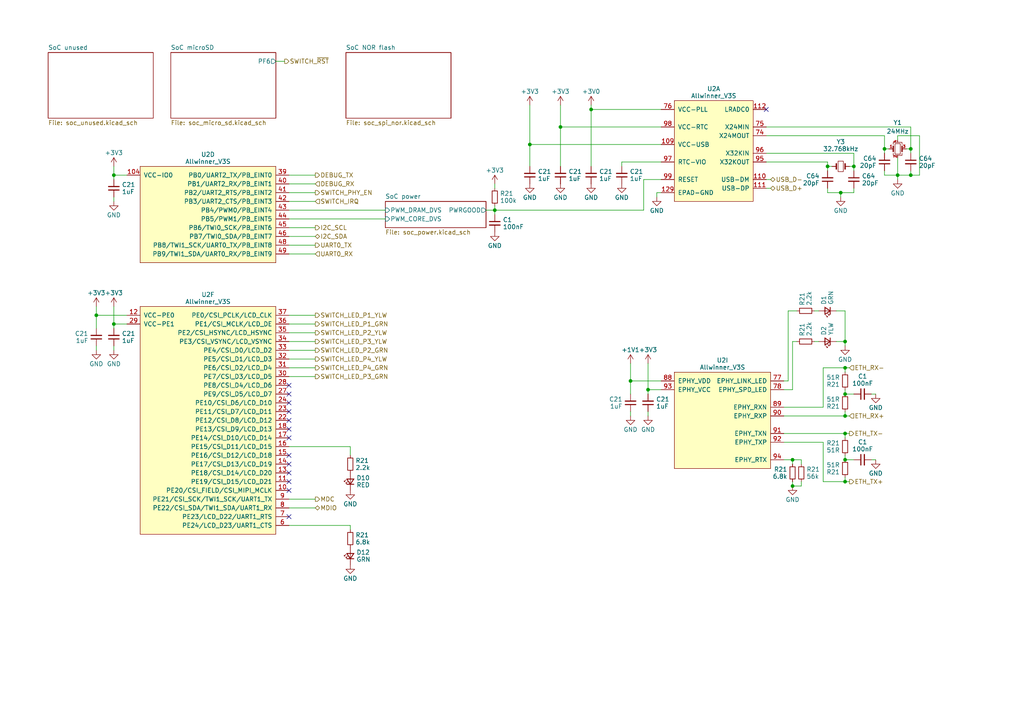
<source format=kicad_sch>
(kicad_sch (version 20230121) (generator eeschema)
  (paper "A4")
  (lib_symbols
    (symbol "Device:C_Small" (pin_numbers hide) (pin_names (offset 0.254) hide)
      (property "Reference" "C" (at 0.254 1.778 0))
      (property "Value" "C_Small" (at 0.254 -2.032 0))
      (symbol "C_Small_0_1"
        (polyline (pts (xy -1.524 -0.508) (xy 1.524 -0.508)) (stroke (width 0.3302)))
        (polyline (pts (xy -1.524 0.508) (xy 1.524 0.508)) (stroke (width 0.3048)))
      )
      (symbol "C_Small_1_1"
        (pin passive line (at 0 2.54 270) (length 2.032) (name "~") (number "1"))
        (pin passive line (at 0 -2.54 90) (length 2.032) (name "~") (number "2"))
      )
    )
    (symbol "Device:Crystal_GND24_Small" (pin_names (offset 1.016) hide)
      (property "Reference" "Y" (at 1.27 4.445 0))
      (property "Value" "Crystal_GND24_Small" (at 1.27 2.54 0))
      (symbol "Crystal_GND24_Small_0_1"
        (rectangle (start -0.762 -1.524) (end 0.762 1.524))
        (polyline (pts (xy -1.27 -0.762) (xy -1.27 0.762)) (stroke (width 0.381)))
        (polyline (pts (xy 1.27 -0.762) (xy 1.27 0.762)) (stroke (width 0.381)))
        (polyline (pts (xy -1.27 -1.27) (xy -1.27 -1.905) (xy 1.27 -1.905) (xy 1.27 -1.27)))
        (polyline (pts (xy -1.27 1.27) (xy -1.27 1.905) (xy 1.27 1.905) (xy 1.27 1.27)))
      )
      (symbol "Crystal_GND24_Small_1_1"
        (pin passive line (at -2.54 0 0) (length 1.27) (name "1") (number "1"))
        (pin passive line (at 0 -2.54 90) (length 0.635) (name "2") (number "2"))
        (pin passive line (at 2.54 0 180) (length 1.27) (name "3") (number "3"))
        (pin passive line (at 0 2.54 270) (length 0.635) (name "4") (number "4"))
      )
    )
    (symbol "Device:Crystal_Small" (pin_numbers hide) (pin_names (offset 1.016) hide)
      (property "Reference" "Y" (at 0 2.54 0))
      (property "Value" "Crystal_Small" (at 0 -2.54 0))
      (symbol "Crystal_Small_0_1"
        (rectangle (start -0.762 -1.524) (end 0.762 1.524))
        (polyline (pts (xy -1.27 -0.762) (xy -1.27 0.762)) (stroke (width 0.381)))
        (polyline (pts (xy 1.27 -0.762) (xy 1.27 0.762)) (stroke (width 0.381)))
      )
      (symbol "Crystal_Small_1_1"
        (pin passive line (at -2.54 0 0) (length 1.27) (name "1") (number "1"))
        (pin passive line (at 2.54 0 180) (length 1.27) (name "2") (number "2"))
      )
    )
    (symbol "Device:LED_Small" (pin_numbers hide) (pin_names (offset 0.254) hide)
      (property "Reference" "D" (at -1.27 3.175 0))
      (property "Value" "LED_Small" (at -4.445 -2.54 0))
      (symbol "LED_Small_0_1"
        (polyline (pts (xy -0.762 -1.016) (xy -0.762 1.016)) (stroke (width 0.254)))
        (polyline (pts (xy 1.016 0) (xy -0.762 0)))
        (polyline (pts (xy 0.762 -1.016) (xy -0.762 0) (xy 0.762 1.016) (xy 0.762 -1.016)) (stroke (width 0.254)))
        (polyline (pts (xy 0 0.762) (xy -0.508 1.27) (xy -0.254 1.27) (xy -0.508 1.27) (xy -0.508 1.016)))
        (polyline (pts (xy 0.508 1.27) (xy 0 1.778) (xy 0.254 1.778) (xy 0 1.778) (xy 0 1.524)))
      )
      (symbol "LED_Small_1_1"
        (pin passive line (at -2.54 0 0) (length 1.778) (name "K") (number "1"))
        (pin passive line (at 2.54 0 180) (length 1.778) (name "A") (number "2"))
      )
    )
    (symbol "Device:R_Small" (pin_numbers hide) (pin_names (offset 0.254) hide)
      (property "Reference" "R" (at 0.762 0.508 0))
      (property "Value" "R_Small" (at 0.762 -1.016 0))
      (symbol "R_Small_0_1"
        (rectangle (start -0.762 1.778) (end 0.762 -1.778) (stroke (width 0.2032)))
      )
      (symbol "R_Small_1_1"
        (pin passive line (at 0 2.54 270) (length 0.762) (name "~") (number "1"))
        (pin passive line (at 0 -2.54 90) (length 0.762) (name "~") (number "2"))
      )
    )
    (symbol "SoC_Allwinner:Allwinner_V3S" (pin_names (offset 1.016))
      (property "Reference" "U" (at 7.62 1.27 0))
      (property "Value" "Allwinner_V3S" (at -5.08 1.27 0))
      (symbol "Allwinner_V3S_1_0"
        (pin bidirectional line (at 15.24 -22.86 180) (length 3.81) (name "USB-DM") (number "110"))
        (pin bidirectional line (at 15.24 -25.4 180) (length 3.81) (name "USB-DP") (number "111"))
        (pin input line (at 15.24 -2.54 180) (length 3.81) (name "LRADC0") (number "112"))
        (pin output line (at 15.24 -10.16 180) (length 3.81) (name "X24MOUT") (number "74"))
        (pin input line (at 15.24 -7.62 180) (length 3.81) (name "X24MIN") (number "75"))
        (pin output line (at 15.24 -17.78 180) (length 3.81) (name "X32KOUT") (number "95"))
        (pin input line (at 15.24 -15.24 180) (length 3.81) (name "X32KIN") (number "96"))
        (pin power_out line (at -15.24 -17.78 0) (length 3.81) (name "RTC-VIO") (number "97"))
        (pin input line (at -15.24 -22.86 0) (length 3.81) (name "RESET") (number "99"))
      )
      (symbol "Allwinner_V3S_1_1"
        (rectangle (start -11.43 0) (end 11.43 -29.21) (fill (type background)))
        (pin power_in line (at -15.24 -12.7 0) (length 3.81) (name "VCC-USB") (number "109"))
        (pin power_in line (at -15.24 -26.67 0) (length 3.81) (name "EPAD-GND") (number "129"))
        (pin power_in line (at -15.24 -2.54 0) (length 3.81) (name "VCC-PLL") (number "76"))
        (pin power_in line (at -15.24 -7.62 0) (length 3.81) (name "VCC-RTC") (number "98"))
      )
      (symbol "Allwinner_V3S_2_0"
        (pin bidirectional line (at -15.24 -13.97 0) (length 3.81) (name "MICIN1P") (number "113"))
        (pin bidirectional line (at -15.24 -11.43 0) (length 3.81) (name "MICIN1N") (number "114"))
        (pin power_in line (at -15.24 -3.81 0) (length 3.81) (name "AVCC") (number "115"))
        (pin power_in line (at 13.97 -21.59 180) (length 3.81) (name "AGND") (number "116"))
        (pin output line (at -15.24 -19.05 0) (length 3.81) (name "VRA1") (number "117"))
        (pin output line (at -15.24 -21.59 0) (length 3.81) (name "VRA2") (number "118"))
        (pin output line (at 13.97 -3.81 180) (length 3.81) (name "HBIAS") (number "119"))
        (pin output line (at 13.97 -13.97 180) (length 3.81) (name "HPOUTR") (number "120"))
        (pin output line (at 13.97 -11.43 180) (length 3.81) (name "HPOUTL") (number "121"))
        (pin power_in line (at -15.24 -6.35 0) (length 3.81) (name "HPVCCIN") (number "122"))
        (pin input line (at 13.97 -16.51 180) (length 3.81) (name "HPVCCBP") (number "123"))
        (pin input line (at 13.97 -8.89 180) (length 3.81) (name "HPCOMFB") (number "124"))
        (pin output line (at 13.97 -6.35 180) (length 3.81) (name "HPCOM") (number "125"))
      )
      (symbol "Allwinner_V3S_2_1"
        (rectangle (start -11.43 -1.27) (end 10.16 -24.13) (fill (type background)))
      )
      (symbol "Allwinner_V3S_3_0"
        (pin power_in line (at 15.24 -22.86 180) (length 3.81) (name "VCC-DRAM8") (number "59"))
        (pin power_in line (at 15.24 -25.4 180) (length 3.81) (name "VCC-DRAM9") (number "60"))
        (pin power_in line (at 15.24 -27.94 180) (length 3.81) (name "VCC-DRAM10") (number "61"))
        (pin power_in line (at 15.24 -30.48 180) (length 3.81) (name "VCC-DRAM11") (number "62"))
        (pin power_in line (at 15.24 -2.54 180) (length 3.81) (name "VCC-DRAM0") (number "65"))
        (pin power_in line (at 15.24 -5.08 180) (length 3.81) (name "VCC-DRAM1") (number "66"))
        (pin power_in line (at 15.24 -7.62 180) (length 3.81) (name "VCC-DRAM2") (number "67"))
        (pin power_in line (at 15.24 -10.16 180) (length 3.81) (name "VCC-DRAM3") (number "68"))
        (pin power_in line (at 15.24 -12.7 180) (length 3.81) (name "VCC-DRAM4") (number "69"))
        (pin power_in line (at 15.24 -15.24 180) (length 3.81) (name "VCC-DRAM5") (number "70"))
        (pin power_in line (at 15.24 -17.78 180) (length 3.81) (name "VCC-DRAM6") (number "72"))
        (pin power_in line (at 15.24 -20.32 180) (length 3.81) (name "VCC-DRAM7") (number "79"))
      )
      (symbol "Allwinner_V3S_3_1"
        (rectangle (start -11.43 0) (end 11.43 -33.02) (fill (type background)))
        (pin input line (at -15.24 -22.86 0) (length 3.81) (name "SVREF1") (number "63"))
        (pin input line (at -15.24 -25.4 0) (length 3.81) (name "SVREF0") (number "71"))
        (pin input line (at -15.24 -30.48 0) (length 3.81) (name "SZQ") (number "73"))
      )
      (symbol "Allwinner_V3S_4_0"
        (pin bidirectional line (at 22.86 -2.54 180) (length 3.81) (name "PB0/UART2_TX/PB_EINT0") (number "39"))
        (pin bidirectional line (at 22.86 -5.08 180) (length 3.81) (name "PB1/UART2_RX/PB_EINT1") (number "40"))
        (pin bidirectional line (at 22.86 -7.62 180) (length 3.81) (name "PB2/UART2_RTS/PB_EINT2") (number "41"))
        (pin bidirectional line (at 22.86 -10.16 180) (length 3.81) (name "PB3/UART2_CTS/PB_EINT3") (number "42"))
        (pin bidirectional line (at 22.86 -12.7 180) (length 3.81) (name "PB4/PWM0/PB_EINT4") (number "43"))
        (pin bidirectional line (at 22.86 -15.24 180) (length 3.81) (name "PB5/PWM1/PB_EINT5") (number "44"))
        (pin bidirectional line (at 22.86 -17.78 180) (length 3.81) (name "PB6/TWI0_SCK/PB_EINT6") (number "45"))
        (pin bidirectional line (at 22.86 -20.32 180) (length 3.81) (name "PB7/TWI0_SDA/PB_EINT7") (number "46"))
        (pin bidirectional line (at 22.86 -22.86 180) (length 3.81) (name "PB8/TWI1_SCK/UART0_TX/PB_EINT8") (number "48"))
        (pin bidirectional line (at 22.86 -25.4 180) (length 3.81) (name "PB9/TWI1_SDA/UART0_RX/PB_EINT9") (number "49"))
      )
      (symbol "Allwinner_V3S_4_1"
        (rectangle (start -20.32 0) (end 19.05 -27.94) (fill (type background)))
        (pin power_in line (at -24.13 -2.54 0) (length 3.81) (name "VCC-IO0") (number "104"))
      )
      (symbol "Allwinner_V3S_5_0"
        (pin bidirectional line (at 22.86 -2.54 180) (length 3.81) (name "PC0/SDC2_CLK/SPI0_MISO") (number "52"))
        (pin bidirectional line (at 22.86 -5.08 180) (length 3.81) (name "PC1/SDC2_CMD/SPI0_CLK") (number "53"))
        (pin bidirectional line (at 22.86 -7.62 180) (length 3.81) (name "PC2/SDC2_RST/SPI0_CS") (number "54"))
        (pin bidirectional line (at 22.86 -10.16 180) (length 3.81) (name "PC3/SDC2_D0/SPI0_MOSI") (number "55"))
      )
      (symbol "Allwinner_V3S_5_1"
        (rectangle (start 19.05 0) (end -20.32 -12.7) (fill (type background)))
        (pin power_in line (at -24.13 -2.54 0) (length 3.81) (name "VCC-IO1") (number "127"))
      )
      (symbol "Allwinner_V3S_6_0"
        (pin bidirectional line (at 22.86 -53.34 180) (length 3.81) (name "PE20/CSI_FIELD/CSI_MIPI_MCLK") (number "10"))
        (pin bidirectional line (at 22.86 -50.8 180) (length 3.81) (name "PE19/CSI_D15/LCD_D21") (number "11"))
        (pin bidirectional line (at 22.86 -48.26 180) (length 3.81) (name "PE18/CSI_D14/LCD_D20") (number "13"))
        (pin bidirectional line (at 22.86 -45.72 180) (length 3.81) (name "PE17/CSI_D13/LCD_D19") (number "14"))
        (pin bidirectional line (at 22.86 -43.18 180) (length 3.81) (name "PE16/CSI_D12/LCD_D18") (number "15"))
        (pin bidirectional line (at 22.86 -40.64 180) (length 3.81) (name "PE15/CSI_D11/LCD_D15") (number "16"))
        (pin bidirectional line (at 22.86 -38.1 180) (length 3.81) (name "PE14/CSI_D10/LCD_D14") (number "17"))
        (pin bidirectional line (at 22.86 -35.56 180) (length 3.81) (name "PE13/CSI_D9/LCD_D13") (number "18"))
        (pin bidirectional line (at 22.86 -33.02 180) (length 3.81) (name "PE12/CSI_D8/LCD_D12") (number "22"))
        (pin bidirectional line (at 22.86 -30.48 180) (length 3.81) (name "PE11/CSI_D7/LCD_D11") (number "23"))
        (pin bidirectional line (at 22.86 -27.94 180) (length 3.81) (name "PE10/CSI_D6/LCD_D10") (number "24"))
        (pin bidirectional line (at 22.86 -25.4 180) (length 3.81) (name "PE9/CSI_D5/LCD_D7") (number "27"))
        (pin bidirectional line (at 22.86 -22.86 180) (length 3.81) (name "PE8/CSI_D4/LCD_D6") (number "28"))
        (pin bidirectional line (at 22.86 -20.32 180) (length 3.81) (name "PE7/CSI_D3/LCD_D5") (number "30"))
        (pin bidirectional line (at 22.86 -17.78 180) (length 3.81) (name "PE6/CSI_D2/LCD_D4") (number "31"))
        (pin bidirectional line (at 22.86 -15.24 180) (length 3.81) (name "PE5/CSI_D1/LCD_D3") (number "32"))
        (pin bidirectional line (at 22.86 -12.7 180) (length 3.81) (name "PE4/CSI_D0/LCD_D2") (number "33"))
        (pin bidirectional line (at 22.86 -10.16 180) (length 3.81) (name "PE3/CSI_VSYNC/LCD_VSYNC") (number "34"))
        (pin bidirectional line (at 22.86 -7.62 180) (length 3.81) (name "PE2/CSI_HSYNC/LCD_HSYNC") (number "35"))
        (pin bidirectional line (at 22.86 -5.08 180) (length 3.81) (name "PE1/CSI_MCLK/LCD_DE") (number "36"))
        (pin bidirectional line (at 22.86 -2.54 180) (length 3.81) (name "PE0/CSI_PCLK/LCD_CLK") (number "37"))
        (pin bidirectional line (at 22.86 -63.5 180) (length 3.81) (name "PE24/LCD_D23/UART1_CTS") (number "6"))
        (pin bidirectional line (at 22.86 -60.96 180) (length 3.81) (name "PE23/LCD_D22/UART1_RTS") (number "7"))
        (pin bidirectional line (at 22.86 -58.42 180) (length 3.81) (name "PE22/CSI_SDA/TWI1_SDA/UART1_RX") (number "8"))
        (pin bidirectional line (at 22.86 -55.88 180) (length 3.81) (name "PE21/CSI_SCK/TWI1_SCK/UART1_TX") (number "9"))
      )
      (symbol "Allwinner_V3S_6_1"
        (rectangle (start 19.05 0) (end -20.32 -66.04) (fill (type background)))
        (pin power_in line (at -24.13 -2.54 0) (length 3.81) (name "VCC-PE0") (number "12"))
        (pin power_in line (at -24.13 -5.08 0) (length 3.81) (name "VCC-PE1") (number "29"))
      )
      (symbol "Allwinner_V3S_7_0"
        (pin bidirectional line (at 21.59 -17.78 180) (length 3.81) (name "PF6") (number "100"))
        (pin bidirectional line (at 21.59 -15.24 180) (length 3.81) (name "PF5/SDC0_D2/JTAG_CK") (number "101"))
        (pin bidirectional line (at 21.59 -12.7 180) (length 3.81) (name "PF4/SDC0_D3/UART0_RX") (number "102"))
        (pin bidirectional line (at 21.59 -10.16 180) (length 3.81) (name "PF3/SDC0_CMD/JTAG_DO") (number "103"))
        (pin bidirectional line (at 21.59 -7.62 180) (length 3.81) (name "PF2/SDC0_CLK/UART0_TX") (number "105"))
        (pin bidirectional line (at 21.59 -5.08 180) (length 3.81) (name "PF1/SDC0_D0/JTAG_DI") (number "106"))
        (pin bidirectional line (at 21.59 -2.54 180) (length 3.81) (name "PF0MS/SDC0_D1/JTAG_MS") (number "107"))
      )
      (symbol "Allwinner_V3S_7_1"
        (rectangle (start 17.78 0) (end -19.05 -20.32) (fill (type background)))
        (pin power_in line (at -22.86 -2.54 0) (length 3.81) (name "VCC-IO2") (number "57"))
      )
      (symbol "Allwinner_V3S_8_0"
        (pin bidirectional line (at 16.51 -12.7 180) (length 3.81) (name "PG4/SDC1_D2/PG_EINT4") (number "1"))
        (pin bidirectional line (at 16.51 -15.24 180) (length 3.81) (name "PG5/SDC1_D3/PG_EINT5") (number "128"))
        (pin bidirectional line (at 16.51 -10.16 180) (length 3.81) (name "PG3/SDC1_D1/PG_EINT3") (number "2"))
        (pin bidirectional line (at 16.51 -7.62 180) (length 3.81) (name "PG2/SDC1_D0/PG_EINT2") (number "3"))
        (pin bidirectional line (at 16.51 -5.08 180) (length 3.81) (name "PG1/SDC1_CMD/PG_EINT1") (number "4"))
        (pin bidirectional line (at 16.51 -2.54 180) (length 3.81) (name "PG0/SDC1_CLK/PG_EINT0") (number "5"))
        (pin power_in line (at -27.94 -2.54 0) (length 3.81) (name "VCC-IO3") (number "50"))
      )
      (symbol "Allwinner_V3S_8_1"
        (rectangle (start 12.7 0) (end -24.13 -17.78) (fill (type background)))
      )
      (symbol "Allwinner_V3S_9_0"
        (pin output line (at 17.78 -2.54 180) (length 3.81) (name "EPHY_LINK_LED") (number "77"))
        (pin output line (at 17.78 -5.08 180) (length 3.81) (name "EPHY_SPD_LED") (number "78"))
        (pin power_in line (at -17.78 -2.54 0) (length 3.81) (name "EPHY_VDD") (number "88"))
        (pin input line (at 17.78 -10.16 180) (length 3.81) (name "EPHY_RXN") (number "89"))
        (pin input line (at 17.78 -12.7 180) (length 3.81) (name "EPHY_RXP") (number "90"))
        (pin output line (at 17.78 -17.78 180) (length 3.81) (name "EPHY_TXN") (number "91"))
        (pin output line (at 17.78 -20.32 180) (length 3.81) (name "EPHY_TXP") (number "92"))
        (pin power_in line (at -17.78 -5.08 0) (length 3.81) (name "EPHY_VCC") (number "93"))
        (pin input line (at 17.78 -25.4 180) (length 3.81) (name "EPHY_RTX") (number "94"))
      )
      (symbol "Allwinner_V3S_9_1"
        (rectangle (start -13.97 0) (end 13.97 -27.94) (fill (type background)))
      )
      (symbol "Allwinner_V3S_10_0"
        (pin input line (at 15.24 -10.16 180) (length 3.81) (name "MCSI-D0P") (number "81"))
        (pin input line (at 15.24 -7.62 180) (length 3.81) (name "MCSI-D0N") (number "82"))
        (pin input line (at 15.24 -15.24 180) (length 3.81) (name "MCSI-D1P") (number "83"))
        (pin input line (at 15.24 -12.7 180) (length 3.81) (name "MCSI-D1N") (number "84"))
        (pin output line (at 15.24 -5.08 180) (length 3.81) (name "MCSI-CKP") (number "86"))
        (pin output line (at 15.24 -2.54 180) (length 3.81) (name "MCSI-CKN") (number "87"))
      )
      (symbol "Allwinner_V3S_10_1"
        (rectangle (start -12.7 0) (end 11.43 -17.78) (fill (type background)))
        (pin power_in line (at -16.51 -2.54 0) (length 3.81) (name "VCC-MCSI") (number "85"))
      )
      (symbol "Allwinner_V3S_11_0"
        (pin power_in line (at 8.89 -12.7 180) (length 3.81) (name "VDD-CPU3") (number "20"))
        (pin power_in line (at 8.89 -15.24 180) (length 3.81) (name "VDD-CPU2") (number "21"))
        (pin power_in line (at 8.89 -17.78 180) (length 3.81) (name "VDD-CPU1") (number "25"))
        (pin power_in line (at 8.89 -20.32 180) (length 3.81) (name "VDD-CPU0") (number "26"))
        (pin power_in line (at 8.89 -10.16 180) (length 3.81) (name "VDD-CPU4") (number "38"))
        (pin power_in line (at 8.89 -7.62 180) (length 3.81) (name "VDD-CPU5") (number "47"))
        (pin power_in line (at 8.89 -5.08 180) (length 3.81) (name "VDD-CPU6") (number "51"))
        (pin power_in line (at 8.89 -2.54 180) (length 3.81) (name "VDD-CPU7") (number "56"))
      )
      (symbol "Allwinner_V3S_11_1"
        (rectangle (start -7.62 0) (end 5.08 -22.86) (fill (type background)))
      )
      (symbol "Allwinner_V3S_12_1"
        (rectangle (start -6.35 0) (end 6.35 -17.78) (fill (type background)))
        (pin power_in line (at 10.16 -5.08 180) (length 3.81) (name "VDD-SYS1") (number "108"))
        (pin power_in line (at 10.16 -7.62 180) (length 3.81) (name "VDD-SYS2") (number "126"))
        (pin power_in line (at 10.16 -10.16 180) (length 3.81) (name "VDD-SYS3") (number "19"))
        (pin power_in line (at 10.16 -12.7 180) (length 3.81) (name "VDD-SYS4") (number "58"))
        (pin power_in line (at 10.16 -15.24 180) (length 3.81) (name "VDD-SYS5") (number "64"))
        (pin power_in line (at 10.16 -2.54 180) (length 3.81) (name "VDD-SYS0") (number "80"))
      )
    )
    (symbol "power:+1V1" (power) (pin_names (offset 0))
      (property "Value" "+1V1" (at 0 3.556 0))
      (symbol "+1V1_0_1"
        (polyline (pts (xy -0.762 1.27) (xy 0 2.54)))
        (polyline (pts (xy 0 0) (xy 0 2.54)))
        (polyline (pts (xy 0 2.54) (xy 0.762 1.27)))
      )
      (symbol "+1V1_1_1"
        (pin power_in line (at 0 0 90) (length 0) hide (name "+1V1") (number "1"))
      )
    )
    (symbol "power:+3V0" (power) (pin_names (offset 0))
      (property "Value" "+3V0" (at 0 3.556 0))
      (symbol "+3V0_0_1"
        (polyline (pts (xy -0.762 1.27) (xy 0 2.54)))
        (polyline (pts (xy 0 0) (xy 0 2.54)))
        (polyline (pts (xy 0 2.54) (xy 0.762 1.27)))
      )
      (symbol "+3V0_1_1"
        (pin power_in line (at 0 0 90) (length 0) hide (name "+3V0") (number "1"))
      )
    )
    (symbol "power:+3V3" (power) (pin_names (offset 0))
      (property "Value" "+3V3" (at 0 3.556 0))
      (symbol "+3V3_0_1"
        (polyline (pts (xy -0.762 1.27) (xy 0 2.54)))
        (polyline (pts (xy 0 0) (xy 0 2.54)))
        (polyline (pts (xy 0 2.54) (xy 0.762 1.27)))
      )
      (symbol "+3V3_1_1"
        (pin power_in line (at 0 0 90) (length 0) hide (name "+3V3") (number "1"))
      )
    )
    (symbol "power:GND" (power) (pin_names (offset 0))
      (property "Value" "GND" (at 0 -3.81 0))
      (symbol "GND_0_1"
        (polyline (pts (xy 0 0) (xy 0 -1.27) (xy 1.27 -1.27) (xy 0 -2.54) (xy -1.27 -1.27) (xy 0 -1.27)))
      )
      (symbol "GND_1_1"
        (pin power_in line (at 0 0 270) (length 0) hide (name "GND") (number "1"))
      )
    )
  )
  (junction (at 256.54 43.18))
  (junction (at 229.87 133.35))
  (junction (at 182.88 110.49))
  (junction (at 33.02 50.8))
  (junction (at 171.45 31.75))
  (junction (at 260.35 50.8))
  (junction (at 27.94 91.44))
  (junction (at 245.11 139.7))
  (junction (at 143.51 60.96))
  (junction (at 245.11 133.35))
  (junction (at 247.65 48.26))
  (junction (at 153.67 41.91))
  (junction (at 264.16 43.18))
  (junction (at 264.16 50.8))
  (junction (at 243.84 55.88))
  (junction (at 245.11 106.68))
  (junction (at 240.03 48.26))
  (junction (at 187.96 113.03))
  (junction (at 245.11 125.73))
  (junction (at 245.11 99.06))
  (junction (at 229.87 140.97))
  (junction (at 162.56 36.83))
  (junction (at 33.02 93.98))
  (junction (at 245.11 114.3))
  (junction (at 245.11 120.65))
  (no_connect (at 83.82 149.86))
  (no_connect (at 83.82 142.24))
  (no_connect (at 83.82 114.3))
  (no_connect (at 83.82 119.38))
  (no_connect (at 83.82 127))
  (no_connect (at 83.82 134.62))
  (no_connect (at 83.82 121.92))
  (no_connect (at 83.82 111.76))
  (no_connect (at 222.25 31.75))
  (no_connect (at 83.82 137.16))
  (no_connect (at 83.82 139.7))
  (no_connect (at 83.82 124.46))
  (no_connect (at 83.82 116.84))
  (no_connect (at 83.82 132.08))
  (wire (pts (xy 153.67 30.48) (xy 153.67 41.91)))
  (wire (pts (xy 227.33 110.49) (xy 228.6 110.49)))
  (wire (pts (xy 264.16 50.8) (xy 260.35 50.8)))
  (wire (pts (xy 101.6 129.54) (xy 101.6 132.08)))
  (wire (pts (xy 245.11 132.08) (xy 245.11 133.35)))
  (wire (pts (xy 247.65 49.53) (xy 247.65 48.26)))
  (wire (pts (xy 180.34 46.99) (xy 180.34 48.26)))
  (wire (pts (xy 243.84 55.88) (xy 240.03 55.88)))
  (wire (pts (xy 245.11 125.73) (xy 246.38 125.73)))
  (wire (pts (xy 27.94 91.44) (xy 36.83 91.44)))
  (wire (pts (xy 171.45 30.48) (xy 171.45 31.75)))
  (wire (pts (xy 229.87 99.06) (xy 231.14 99.06)))
  (wire (pts (xy 182.88 110.49) (xy 191.77 110.49)))
  (wire (pts (xy 245.11 99.06) (xy 245.11 100.33)))
  (wire (pts (xy 227.33 113.03) (xy 229.87 113.03)))
  (wire (pts (xy 143.51 53.34) (xy 143.51 54.61)))
  (wire (pts (xy 83.82 101.6) (xy 91.44 101.6)))
  (wire (pts (xy 222.25 54.61) (xy 223.52 54.61)))
  (wire (pts (xy 228.6 110.49) (xy 228.6 90.17)))
  (wire (pts (xy 240.03 55.88) (xy 240.03 54.61)))
  (wire (pts (xy 27.94 100.33) (xy 27.94 101.6)))
  (wire (pts (xy 153.67 41.91) (xy 153.67 48.26)))
  (wire (pts (xy 236.22 99.06) (xy 237.49 99.06)))
  (wire (pts (xy 256.54 43.18) (xy 257.81 43.18)))
  (wire (pts (xy 171.45 31.75) (xy 171.45 48.26)))
  (wire (pts (xy 186.69 60.96) (xy 186.69 52.07)))
  (wire (pts (xy 83.82 60.96) (xy 111.76 60.96)))
  (wire (pts (xy 247.65 48.26) (xy 246.38 48.26)))
  (wire (pts (xy 252.73 133.35) (xy 254 133.35)))
  (wire (pts (xy 182.88 110.49) (xy 182.88 114.3)))
  (wire (pts (xy 245.11 90.17) (xy 245.11 99.06)))
  (wire (pts (xy 245.11 119.38) (xy 245.11 120.65)))
  (wire (pts (xy 190.5 57.15) (xy 190.5 55.88)))
  (wire (pts (xy 240.03 48.26) (xy 240.03 49.53)))
  (wire (pts (xy 33.02 50.8) (xy 36.83 50.8)))
  (wire (pts (xy 83.82 66.04) (xy 91.44 66.04)))
  (wire (pts (xy 245.11 106.68) (xy 246.38 106.68)))
  (wire (pts (xy 143.51 60.96) (xy 143.51 62.23)))
  (wire (pts (xy 190.5 55.88) (xy 191.77 55.88)))
  (wire (pts (xy 143.51 60.96) (xy 186.69 60.96)))
  (wire (pts (xy 83.82 58.42) (xy 91.44 58.42)))
  (wire (pts (xy 83.82 93.98) (xy 91.44 93.98)))
  (wire (pts (xy 232.41 133.35) (xy 232.41 134.62)))
  (wire (pts (xy 162.56 36.83) (xy 191.77 36.83)))
  (wire (pts (xy 186.69 52.07) (xy 191.77 52.07)))
  (wire (pts (xy 83.82 91.44) (xy 91.44 91.44)))
  (wire (pts (xy 229.87 133.35) (xy 229.87 134.62)))
  (wire (pts (xy 256.54 39.37) (xy 256.54 43.18)))
  (wire (pts (xy 227.33 118.11) (xy 238.76 118.11)))
  (wire (pts (xy 260.35 39.37) (xy 266.7 39.37)))
  (wire (pts (xy 245.11 139.7) (xy 246.38 139.7)))
  (wire (pts (xy 227.33 125.73) (xy 245.11 125.73)))
  (wire (pts (xy 245.11 120.65) (xy 246.38 120.65)))
  (wire (pts (xy 238.76 118.11) (xy 238.76 106.68)))
  (wire (pts (xy 153.67 41.91) (xy 191.77 41.91)))
  (wire (pts (xy 245.11 113.03) (xy 245.11 114.3)))
  (wire (pts (xy 264.16 49.53) (xy 264.16 50.8)))
  (wire (pts (xy 83.82 96.52) (xy 91.44 96.52)))
  (wire (pts (xy 229.87 133.35) (xy 232.41 133.35)))
  (wire (pts (xy 83.82 55.88) (xy 91.44 55.88)))
  (wire (pts (xy 187.96 113.03) (xy 191.77 113.03)))
  (wire (pts (xy 245.11 139.7) (xy 238.76 139.7)))
  (wire (pts (xy 101.6 152.4) (xy 101.6 153.67)))
  (wire (pts (xy 187.96 119.38) (xy 187.96 120.65)))
  (wire (pts (xy 33.02 93.98) (xy 33.02 95.25)))
  (wire (pts (xy 143.51 59.69) (xy 143.51 60.96)))
  (wire (pts (xy 238.76 139.7) (xy 238.76 128.27)))
  (wire (pts (xy 256.54 50.8) (xy 256.54 49.53)))
  (wire (pts (xy 33.02 100.33) (xy 33.02 101.6)))
  (wire (pts (xy 264.16 43.18) (xy 264.16 44.45)))
  (wire (pts (xy 83.82 53.34) (xy 91.44 53.34)))
  (wire (pts (xy 191.77 46.99) (xy 180.34 46.99)))
  (wire (pts (xy 264.16 43.18) (xy 264.16 36.83)))
  (wire (pts (xy 162.56 30.48) (xy 162.56 36.83)))
  (wire (pts (xy 252.73 114.3) (xy 254 114.3)))
  (wire (pts (xy 83.82 50.8) (xy 91.44 50.8)))
  (wire (pts (xy 83.82 68.58) (xy 91.44 68.58)))
  (wire (pts (xy 245.11 106.68) (xy 245.11 107.95)))
  (wire (pts (xy 229.87 140.97) (xy 232.41 140.97)))
  (wire (pts (xy 140.97 60.96) (xy 143.51 60.96)))
  (wire (pts (xy 260.35 50.8) (xy 256.54 50.8)))
  (wire (pts (xy 247.65 44.45) (xy 247.65 48.26)))
  (wire (pts (xy 83.82 63.5) (xy 111.76 63.5)))
  (wire (pts (xy 229.87 139.7) (xy 229.87 140.97)))
  (wire (pts (xy 222.25 36.83) (xy 264.16 36.83)))
  (wire (pts (xy 245.11 114.3) (xy 247.65 114.3)))
  (wire (pts (xy 83.82 104.14) (xy 91.44 104.14)))
  (wire (pts (xy 187.96 105.41) (xy 187.96 113.03)))
  (wire (pts (xy 232.41 139.7) (xy 232.41 140.97)))
  (wire (pts (xy 247.65 54.61) (xy 247.65 55.88)))
  (wire (pts (xy 182.88 119.38) (xy 182.88 120.65)))
  (wire (pts (xy 266.7 50.8) (xy 264.16 50.8)))
  (wire (pts (xy 33.02 50.8) (xy 33.02 52.07)))
  (wire (pts (xy 27.94 88.9) (xy 27.94 91.44)))
  (wire (pts (xy 222.25 44.45) (xy 247.65 44.45)))
  (wire (pts (xy 256.54 43.18) (xy 256.54 44.45)))
  (wire (pts (xy 236.22 90.17) (xy 237.49 90.17)))
  (wire (pts (xy 171.45 31.75) (xy 191.77 31.75)))
  (wire (pts (xy 33.02 93.98) (xy 36.83 93.98)))
  (wire (pts (xy 83.82 71.12) (xy 91.44 71.12)))
  (wire (pts (xy 83.82 73.66) (xy 91.44 73.66)))
  (wire (pts (xy 242.57 90.17) (xy 245.11 90.17)))
  (wire (pts (xy 245.11 125.73) (xy 245.11 127)))
  (wire (pts (xy 260.35 50.8) (xy 260.35 52.07)))
  (wire (pts (xy 182.88 105.41) (xy 182.88 110.49)))
  (wire (pts (xy 227.33 120.65) (xy 245.11 120.65)))
  (wire (pts (xy 27.94 91.44) (xy 27.94 95.25)))
  (wire (pts (xy 80.01 17.78) (xy 82.55 17.78)))
  (wire (pts (xy 266.7 39.37) (xy 266.7 50.8)))
  (wire (pts (xy 242.57 99.06) (xy 245.11 99.06)))
  (wire (pts (xy 187.96 113.03) (xy 187.96 114.3)))
  (wire (pts (xy 222.25 39.37) (xy 256.54 39.37)))
  (wire (pts (xy 240.03 46.99) (xy 240.03 48.26)))
  (wire (pts (xy 83.82 129.54) (xy 101.6 129.54)))
  (wire (pts (xy 33.02 48.26) (xy 33.02 50.8)))
  (wire (pts (xy 83.82 144.78) (xy 91.44 144.78)))
  (wire (pts (xy 162.56 36.83) (xy 162.56 48.26)))
  (wire (pts (xy 33.02 88.9) (xy 33.02 93.98)))
  (wire (pts (xy 245.11 133.35) (xy 247.65 133.35)))
  (wire (pts (xy 83.82 147.32) (xy 91.44 147.32)))
  (wire (pts (xy 243.84 55.88) (xy 243.84 57.15)))
  (wire (pts (xy 229.87 113.03) (xy 229.87 99.06)))
  (wire (pts (xy 262.89 43.18) (xy 264.16 43.18)))
  (wire (pts (xy 222.25 52.07) (xy 223.52 52.07)))
  (wire (pts (xy 245.11 138.43) (xy 245.11 139.7)))
  (wire (pts (xy 227.33 128.27) (xy 238.76 128.27)))
  (wire (pts (xy 83.82 106.68) (xy 91.44 106.68)))
  (wire (pts (xy 247.65 55.88) (xy 243.84 55.88)))
  (wire (pts (xy 83.82 109.22) (xy 91.44 109.22)))
  (wire (pts (xy 83.82 152.4) (xy 101.6 152.4)))
  (wire (pts (xy 260.35 40.64) (xy 260.35 39.37)))
  (wire (pts (xy 260.35 45.72) (xy 260.35 50.8)))
  (wire (pts (xy 227.33 133.35) (xy 229.87 133.35)))
  (wire (pts (xy 228.6 90.17) (xy 231.14 90.17)))
  (wire (pts (xy 238.76 106.68) (xy 245.11 106.68)))
  (wire (pts (xy 33.02 57.15) (xy 33.02 58.42)))
  (wire (pts (xy 83.82 99.06) (xy 91.44 99.06)))
  (wire (pts (xy 222.25 46.99) (xy 240.03 46.99)))
  (wire (pts (xy 240.03 48.26) (xy 241.3 48.26)))
  (hierarchical_label "ETH_RX+" (shape input) (at 246.38 120.65 0))
  (hierarchical_label "SWITCH_~{RST}" (shape output) (at 82.55 17.78 0))
  (hierarchical_label "ETH_TX+" (shape output) (at 246.38 139.7 0))
  (hierarchical_label "SWITCH_LED_P2_GRN" (shape output) (at 91.44 101.6 0))
  (hierarchical_label "SWITCH_LED_P4_GRN" (shape output) (at 91.44 106.68 0))
  (hierarchical_label "ETH_TX-" (shape output) (at 246.38 125.73 0))
  (hierarchical_label "MDC" (shape output) (at 91.44 144.78 0))
  (hierarchical_label "MDIO" (shape bidirectional) (at 91.44 147.32 0))
  (hierarchical_label "UART0_TX" (shape output) (at 91.44 71.12 0))
  (hierarchical_label "DEBUG_RX" (shape input) (at 91.44 53.34 0))
  (hierarchical_label "SWITCH_LED_P3_YLW" (shape output) (at 91.44 99.06 0))
  (hierarchical_label "DEBUG_TX" (shape output) (at 91.44 50.8 0))
  (hierarchical_label "USB_D+" (shape bidirectional) (at 223.52 54.61 0))
  (hierarchical_label "SWITCH_LED_P2_YLW" (shape output) (at 91.44 96.52 0))
  (hierarchical_label "ETH_RX-" (shape input) (at 246.38 106.68 0))
  (hierarchical_label "SWITCH_LED_P1_GRN" (shape output) (at 91.44 93.98 0))
  (hierarchical_label "USB_D-" (shape bidirectional) (at 223.52 52.07 0))
  (hierarchical_label "SWITCH_LED_P1_YLW" (shape output) (at 91.44 91.44 0))
  (hierarchical_label "SWITCH_IRQ" (shape input) (at 91.44 58.42 0))
  (hierarchical_label "SWITCH_LED_P4_YLW" (shape output) (at 91.44 104.14 0))
  (hierarchical_label "SWITCH_LED_P3_GRN" (shape output) (at 91.44 109.22 0))
  (hierarchical_label "I2C_SCL" (shape output) (at 91.44 66.04 0))
  (hierarchical_label "UART0_RX" (shape input) (at 91.44 73.66 0))
  (hierarchical_label "SWITCH_PHY_EN" (shape output) (at 91.44 55.88 0))
  (hierarchical_label "I2C_SDA" (shape bidirectional) (at 91.44 68.58 0))
  (symbol (lib_id "power:GND") (at 243.84 57.15 0) (unit 1)
    (property "Reference" "#PWR059" (effects hide))
    (property "Value" "GND" (at 243.84 61.095 0))
    (instances (project "OpenHomeSwitch" (path "" (reference "#PWR059") (unit 1)) (path "" (reference "#PWR071") (unit 1))))
  )
  (symbol (lib_id "Device:R_Small") (at 245.11 135.89 180) (unit 1)
    (property "Reference" "R21" (at 243.6114 136.914 0) (effects (justify left)))
    (property "Value" "51R" (at 243.6114 134.866 0) (effects (justify left)))
    (property "Footprint" "Resistor_SMD:R_0402_1005Metric" (effects hide))
    (property "LCSC" "C25125" (effects hide))
    (instances (project "OpenHomeSwitch" (path "" (reference "R21") (unit 1)) (path "" (reference "R26") (unit 1)) (path "" (reference "R62") (unit 1))))
  )
  (symbol (lib_id "power:GND") (at 254 114.3 0) (unit 1)
    (property "Reference" "#PWR052" (effects hide))
    (property "Value" "GND" (at 254 118.245 0))
  )
  (symbol (lib_id "Device:LED_Small") (at 101.6 139.7 90) (unit 1)
    (property "Reference" "D10" (at 103.378 138.6125 90) (effects (justify right)))
    (property "Value" "RED" (at 103.378 140.6605 90) (effects (justify right)))
    (property "Footprint" "LED_SMD:LED_0603_1608Metric" (effects hide))
    (property "LCSC" "C2286" (effects hide))
    (instances (project "OpenHomeSwitch" (path "" (reference "D10") (unit 1)) (path "" (reference "D7") (unit 1))))
  )
  (symbol (lib_id "power:GND") (at 27.94 101.6 0) (unit 1)
    (property "Reference" "#PWR095" (effects hide))
    (property "Value" "GND" (at 27.94 105.545 0))
  )
  (symbol (lib_id "power:+3V3") (at 27.94 88.9 0) (unit 1)
    (property "Reference" "#PWR094" (effects hide))
    (property "Value" "+3V3" (at 27.94 84.955 0))
  )
  (symbol (lib_id "power:+1V1") (at 182.88 105.41 0) (unit 1)
    (property "Reference" "#PWR074" (effects hide))
    (property "Value" "+1V1" (at 182.88 101.465 0))
  )
  (symbol (lib_id "power:GND") (at 162.56 53.34 0) (unit 1)
    (property "Reference" "#PWR083" (effects hide))
    (property "Value" "GND" (at 162.56 57.285 0))
  )
  (symbol (lib_id "power:+3V3") (at 153.67 30.48 0) (unit 1)
    (property "Reference" "#PWR080" (effects hide))
    (property "Value" "+3V3" (at 153.67 26.535 0))
  )
  (symbol (lib_id "power:GND") (at 260.35 52.07 0) (unit 1)
    (property "Reference" "#PWR059" (effects hide))
    (property "Value" "GND" (at 260.35 56.015 0))
    (instances (project "OpenHomeSwitch" (path "" (reference "#PWR059") (unit 1)) (path "" (reference "#PWR070") (unit 1))))
  )
  (symbol (lib_id "Device:C_Small") (at 264.16 46.99 0) (mirror y) (unit 1)
    (property "Reference" "C64" (at 266.4841 45.9723 0) (effects (justify right)))
    (property "Value" "20pF" (at 266.4841 48.0203 0) (effects (justify right)))
    (property "Footprint" "Capacitor_SMD:C_0402_1005Metric" (effects hide))
    (property "LCSC" "C1554" (effects hide))
    (instances (project "OpenHomeSwitch" (path "" (reference "C64") (unit 1)) (path "" (reference "C84") (unit 1)) (path "" (reference "C86") (unit 1))))
  )
  (symbol (lib_id "Device:C_Small") (at 143.51 64.77 0) (mirror y) (unit 1)
    (property "Reference" "C1" (at 145.8341 63.7523 0) (effects (justify right)))
    (property "Value" "100nF" (at 145.8341 65.8003 0) (effects (justify right)))
    (property "Footprint" "Capacitor_SMD:C_0402_1005Metric" (effects hide))
    (property "LCSC" "C1525" (effects hide))
    (instances (project "OpenHomeSwitch" (path "" (reference "C1") (unit 1)) (path "" (reference "C81") (unit 1)) (path "" (reference "C118") (unit 1))))
  )
  (symbol (lib_id "power:GND") (at 101.6 163.83 0) (unit 1)
    (property "Reference" "#PWR0169" (effects hide))
    (property "Value" "GND" (at 101.6 167.775 0))
    (instances (project "OpenHomeSwitch" (path "" (reference "#PWR0169") (unit 1)) (path "" (reference "#PWR0175") (unit 1))))
  )
  (symbol (lib_id "power:GND") (at 101.6 142.24 0) (unit 1)
    (property "Reference" "#PWR0146" (effects hide))
    (property "Value" "GND" (at 101.6 146.185 0))
    (instances (project "OpenHomeSwitch" (path "" (reference "#PWR0146") (unit 1)) (path "" (reference "#PWR0171") (unit 1))))
  )
  (symbol (lib_id "power:GND") (at 182.88 120.65 0) (unit 1)
    (property "Reference" "#PWR077" (effects hide))
    (property "Value" "GND" (at 182.88 124.595 0))
  )
  (symbol (lib_id "Device:R_Small") (at 245.11 129.54 0) (mirror y) (unit 1)
    (property "Reference" "R21" (at 243.6114 128.516 0) (effects (justify left)))
    (property "Value" "51R" (at 243.6114 130.564 0) (effects (justify left)))
    (property "Footprint" "Resistor_SMD:R_0402_1005Metric" (effects hide))
    (property "LCSC" "C25125" (effects hide))
    (instances (project "OpenHomeSwitch" (path "" (reference "R21") (unit 1)) (path "" (reference "R26") (unit 1)) (path "" (reference "R61") (unit 1))))
  )
  (symbol (lib_id "Device:R_Small") (at 229.87 137.16 0) (mirror y) (unit 1)
    (property "Reference" "R21" (at 228.3714 136.136 0) (effects (justify left)))
    (property "Value" "6.8k" (at 228.3714 138.184 0) (effects (justify left)))
    (property "Footprint" "Resistor_SMD:R_0402_1005Metric" (effects hide))
    (property "LCSC" "C25917" (effects hide))
    (instances (project "OpenHomeSwitch" (path "" (reference "R21") (unit 1)) (path "" (reference "R26") (unit 1)) (path "" (reference "R52") (unit 1))))
  )
  (symbol (lib_id "Device:C_Small") (at 250.19 114.3 90) (mirror x) (unit 1)
    (property "Reference" "C1" (at 250.1963 109.1579 90))
    (property "Value" "100nF" (at 250.1963 111.2059 90))
    (property "Footprint" "Capacitor_SMD:C_0402_1005Metric" (effects hide))
    (property "LCSC" "C1525" (effects hide))
    (instances (project "OpenHomeSwitch" (path "" (reference "C1") (unit 1)) (path "" (reference "C81") (unit 1)) (path "" (reference "C111") (unit 1))))
  )
  (symbol (lib_id "power:GND") (at 187.96 120.65 0) (unit 1)
    (property "Reference" "#PWR076" (effects hide))
    (property "Value" "GND" (at 187.96 124.595 0))
  )
  (symbol (lib_id "Device:C_Small") (at 182.88 116.84 0) (mirror x) (unit 1)
    (property "Reference" "C21" (at 180.5559 115.8096 0) (effects (justify right)))
    (property "Value" "1uF" (at 180.5559 117.8576 0) (effects (justify right)))
    (property "Footprint" "Capacitor_SMD:C_0402_1005Metric" (effects hide))
    (property "LCSC" "C52923" (effects hide))
    (instances (project "OpenHomeSwitch" (path "" (reference "C21") (unit 1)) (path "" (reference "C54") (unit 1)) (path "" (reference "C78") (unit 1)) (path "" (reference "C90") (unit 1))))
  )
  (symbol (lib_id "power:GND") (at 245.11 100.33 0) (unit 1)
    (property "Reference" "#PWR040" (effects hide))
    (property "Value" "GND" (at 245.11 104.275 0))
  )
  (symbol (lib_id "Device:R_Small") (at 101.6 134.62 0) (unit 1)
    (property "Reference" "R21" (at 103.0986 133.596 0) (effects (justify left)))
    (property "Value" "2.2k" (at 103.0986 135.644 0) (effects (justify left)))
    (property "Footprint" "Resistor_SMD:R_0402_1005Metric" (effects hide))
    (property "LCSC" "C25879" (effects hide))
    (instances (project "OpenHomeSwitch" (path "" (reference "R21") (unit 1)) (path "" (reference "R26") (unit 1)) (path "" (reference "R75") (unit 1))))
  )
  (symbol (lib_id "Device:C_Small") (at 33.02 97.79 180) (unit 1)
    (property "Reference" "C21" (at 35.3441 96.7596 0) (effects (justify right)))
    (property "Value" "1uF" (at 35.3441 98.8076 0) (effects (justify right)))
    (property "Footprint" "Capacitor_SMD:C_0402_1005Metric" (effects hide))
    (property "LCSC" "C52923" (effects hide))
    (instances (project "OpenHomeSwitch" (path "" (reference "C21") (unit 1)) (path "" (reference "C54") (unit 1)) (path "" (reference "C78") (unit 1)) (path "" (reference "C114") (unit 1))))
  )
  (symbol (lib_id "Device:LED_Small") (at 240.03 90.17 180) (unit 1)
    (property "Reference" "D1" (at 238.9425 88.392 90) (effects (justify right)))
    (property "Value" "GRN" (at 240.9905 88.392 90) (effects (justify right)))
    (property "Footprint" "LED_SMD:LED_0603_1608Metric" (effects hide))
    (property "LCSC" "C72043" (effects hide))
  )
  (symbol (lib_id "power:+3V3") (at 187.96 105.41 0) (unit 1)
    (property "Reference" "#PWR075" (effects hide))
    (property "Value" "+3V3" (at 187.96 101.465 0))
  )
  (symbol (lib_id "power:GND") (at 143.51 67.31 0) (unit 1)
    (property "Reference" "#PWR0105" (effects hide))
    (property "Value" "GND" (at 143.51 71.255 0))
  )
  (symbol (lib_id "Device:LED_Small") (at 101.6 161.29 90) (unit 1)
    (property "Reference" "D12" (at 103.378 160.2025 90) (effects (justify right)))
    (property "Value" "GRN" (at 103.378 162.2505 90) (effects (justify right)))
    (property "Footprint" "LED_SMD:LED_0603_1608Metric" (effects hide))
    (property "LCSC" "C72043" (effects hide))
    (instances (project "OpenHomeSwitch" (path "" (reference "D12") (unit 1)) (path "" (reference "D9") (unit 1))))
  )
  (symbol (lib_id "Device:Crystal_GND24_Small") (at 260.35 43.18 0) (unit 1)
    (property "Reference" "Y1" (at 260.35 35.56 0))
    (property "Value" "24MHz" (at 260.35 38.1 0))
    (property "Footprint" "Crystal:Crystal_SMD_3225-4Pin_3.2x2.5mm" (effects hide))
    (property "LCSC" "C70590" (effects hide))
    (instances (project "OpenHomeSwitch" (path "" (reference "Y1") (unit 1)) (path "" (reference "Y2") (unit 1))))
  )
  (symbol (lib_id "power:GND") (at 180.34 53.34 0) (unit 1)
    (property "Reference" "#PWR081" (effects hide))
    (property "Value" "GND" (at 180.34 57.285 0))
  )
  (symbol (lib_id "Device:C_Small") (at 250.19 133.35 90) (mirror x) (unit 1)
    (property "Reference" "C1" (at 250.1963 128.2079 90))
    (property "Value" "100nF" (at 250.1963 130.2559 90))
    (property "Footprint" "Capacitor_SMD:C_0402_1005Metric" (effects hide))
    (property "LCSC" "C1525" (effects hide))
    (instances (project "OpenHomeSwitch" (path "" (reference "C1") (unit 1)) (path "" (reference "C81") (unit 1)) (path "" (reference "C112") (unit 1))))
  )
  (symbol (lib_id "Device:C_Small") (at 187.96 116.84 180) (unit 1)
    (property "Reference" "C21" (at 190.2841 115.8096 0) (effects (justify right)))
    (property "Value" "1uF" (at 190.2841 117.8576 0) (effects (justify right)))
    (property "Footprint" "Capacitor_SMD:C_0402_1005Metric" (effects hide))
    (property "LCSC" "C52923" (effects hide))
    (instances (project "OpenHomeSwitch" (path "" (reference "C21") (unit 1)) (path "" (reference "C54") (unit 1)) (path "" (reference "C78") (unit 1)) (path "" (reference "C89") (unit 1))))
  )
  (symbol (lib_id "Device:C_Small") (at 33.02 54.61 180) (unit 1)
    (property "Reference" "C21" (at 35.3441 53.5796 0) (effects (justify right)))
    (property "Value" "1uF" (at 35.3441 55.6276 0) (effects (justify right)))
    (property "Footprint" "Capacitor_SMD:C_0402_1005Metric" (effects hide))
    (property "LCSC" "C52923" (effects hide))
    (instances (project "OpenHomeSwitch" (path "" (reference "C21") (unit 1)) (path "" (reference "C54") (unit 1)) (path "" (reference "C78") (unit 1)) (path "" (reference "C115") (unit 1))))
  )
  (symbol (lib_id "Device:R_Small") (at 143.51 57.15 0) (unit 1)
    (property "Reference" "R21" (at 145.0086 56.126 0) (effects (justify left)))
    (property "Value" "100k" (at 145.0086 58.174 0) (effects (justify left)))
    (property "Footprint" "Resistor_SMD:R_0402_1005Metric" (effects hide))
    (property "LCSC" "C25741" (effects hide))
    (instances (project "OpenHomeSwitch" (path "" (reference "R21") (unit 1)) (path "" (reference "R26") (unit 1)) (path "" (reference "R69") (unit 1))))
  )
  (symbol (lib_id "Device:Crystal_Small") (at 243.84 48.26 0) (unit 1)
    (property "Reference" "Y3" (at 243.84 41.132 0))
    (property "Value" "32.768kHz" (at 243.84 43.18 0))
    (property "Footprint" "Crystal:Crystal_SMD_3215-2Pin_3.2x1.5mm" (effects hide))
    (property "LCSC" "C32346" (effects hide))
  )
  (symbol (lib_id "power:+3V3") (at 33.02 88.9 0) (unit 1)
    (property "Reference" "#PWR096" (effects hide))
    (property "Value" "+3V3" (at 33.02 84.955 0))
  )
  (symbol (lib_id "Device:R_Small") (at 245.11 110.49 180) (unit 1)
    (property "Reference" "R21" (at 243.6114 111.514 0) (effects (justify left)))
    (property "Value" "51R" (at 243.6114 109.466 0) (effects (justify left)))
    (property "Footprint" "Resistor_SMD:R_0402_1005Metric" (effects hide))
    (property "LCSC" "C25125" (effects hide))
    (instances (project "OpenHomeSwitch" (path "" (reference "R21") (unit 1)) (path "" (reference "R26") (unit 1)) (path "" (reference "R59") (unit 1))))
  )
  (symbol (lib_id "power:GND") (at 171.45 53.34 0) (unit 1)
    (property "Reference" "#PWR082" (effects hide))
    (property "Value" "GND" (at 171.45 57.285 0))
  )
  (symbol (lib_id "Device:R_Small") (at 101.6 156.21 0) (unit 1)
    (property "Reference" "R21" (at 103.0986 155.186 0) (effects (justify left)))
    (property "Value" "6.8k" (at 103.0986 157.234 0) (effects (justify left)))
    (property "Footprint" "Resistor_SMD:R_0402_1005Metric" (effects hide))
    (property "LCSC" "C25917" (effects hide))
    (instances (project "OpenHomeSwitch" (path "" (reference "R21") (unit 1)) (path "" (reference "R26") (unit 1)) (path "" (reference "R85") (unit 1)) (path "" (reference "R51") (unit 1))))
  )
  (symbol (lib_id "Device:C_Small") (at 162.56 50.8 180) (unit 1)
    (property "Reference" "C21" (at 164.8841 49.7696 0) (effects (justify right)))
    (property "Value" "1uF" (at 164.8841 51.8176 0) (effects (justify right)))
    (property "Footprint" "Capacitor_SMD:C_0402_1005Metric" (effects hide))
    (property "LCSC" "C52923" (effects hide))
    (instances (project "OpenHomeSwitch" (path "" (reference "C21") (unit 1)) (path "" (reference "C54") (unit 1)) (path "" (reference "C78") (unit 1)) (path "" (reference "C93") (unit 1))))
  )
  (symbol (lib_id "power:+3V3") (at 143.51 53.34 0) (unit 1)
    (property "Reference" "#PWR0104" (effects hide))
    (property "Value" "+3V3" (at 143.51 49.395 0))
  )
  (symbol (lib_id "power:+3V3") (at 162.56 30.48 0) (unit 1)
    (property "Reference" "#PWR079" (effects hide))
    (property "Value" "+3V3" (at 162.56 26.535 0))
  )
  (symbol (lib_id "power:GND") (at 254 133.35 0) (unit 1)
    (property "Reference" "#PWR093" (effects hide))
    (property "Value" "GND" (at 254 137.295 0))
  )
  (symbol (lib_id "Device:C_Small") (at 27.94 97.79 0) (mirror x) (unit 1)
    (property "Reference" "C21" (at 25.6159 96.7596 0) (effects (justify right)))
    (property "Value" "1uF" (at 25.6159 98.8076 0) (effects (justify right)))
    (property "Footprint" "Capacitor_SMD:C_0402_1005Metric" (effects hide))
    (property "LCSC" "C52923" (effects hide))
    (instances (project "OpenHomeSwitch" (path "" (reference "C21") (unit 1)) (path "" (reference "C54") (unit 1)) (path "" (reference "C78") (unit 1)) (path "" (reference "C113") (unit 1))))
  )
  (symbol (lib_id "SoC_Allwinner:Allwinner_V3S") (at 60.96 88.9 0) (unit 6)
    (property "Reference" "U2" (at 60.325 85.447 0))
    (property "Value" "Allwinner_V3S" (at 60.325 87.495 0))
    (property "Footprint" "Package_QFP_Allwinner:LQFP-128_14x14mm_P0.4mm_EPAD_5.72x5.72mm" (effects hide))
  )
  (symbol (lib_id "power:GND") (at 153.67 53.34 0) (unit 1)
    (property "Reference" "#PWR084" (effects hide))
    (property "Value" "GND" (at 153.67 57.285 0))
  )
  (symbol (lib_id "Device:C_Small") (at 171.45 50.8 180) (unit 1)
    (property "Reference" "C21" (at 173.7741 49.7696 0) (effects (justify right)))
    (property "Value" "1uF" (at 173.7741 51.8176 0) (effects (justify right)))
    (property "Footprint" "Capacitor_SMD:C_0402_1005Metric" (effects hide))
    (property "LCSC" "C52923" (effects hide))
    (instances (project "OpenHomeSwitch" (path "" (reference "C21") (unit 1)) (path "" (reference "C54") (unit 1)) (path "" (reference "C78") (unit 1)) (path "" (reference "C92") (unit 1))))
  )
  (symbol (lib_id "power:+3V0") (at 171.45 30.48 0) (unit 1)
    (property "Reference" "#PWR078" (effects hide))
    (property "Value" "+3V0" (at 171.45 26.535 0))
  )
  (symbol (lib_id "SoC_Allwinner:Allwinner_V3S") (at 209.55 107.95 0) (unit 9)
    (property "Reference" "U2" (at 209.55 104.497 0))
    (property "Value" "Allwinner_V3S" (at 209.55 106.545 0))
    (property "Footprint" "Package_QFP_Allwinner:LQFP-128_14x14mm_P0.4mm_EPAD_5.72x5.72mm" (effects hide))
  )
  (symbol (lib_id "Device:C_Small") (at 180.34 50.8 180) (unit 1)
    (property "Reference" "C21" (at 182.6641 49.7696 0) (effects (justify right)))
    (property "Value" "1uF" (at 182.6641 51.8176 0) (effects (justify right)))
    (property "Footprint" "Capacitor_SMD:C_0402_1005Metric" (effects hide))
    (property "LCSC" "C52923" (effects hide))
    (instances (project "OpenHomeSwitch" (path "" (reference "C21") (unit 1)) (path "" (reference "C54") (unit 1)) (path "" (reference "C78") (unit 1)) (path "" (reference "C91") (unit 1))))
  )
  (symbol (lib_id "Device:C_Small") (at 153.67 50.8 180) (unit 1)
    (property "Reference" "C21" (at 155.9941 49.7696 0) (effects (justify right)))
    (property "Value" "1uF" (at 155.9941 51.8176 0) (effects (justify right)))
    (property "Footprint" "Capacitor_SMD:C_0402_1005Metric" (effects hide))
    (property "LCSC" "C52923" (effects hide))
    (instances (project "OpenHomeSwitch" (path "" (reference "C21") (unit 1)) (path "" (reference "C54") (unit 1)) (path "" (reference "C78") (unit 1)) (path "" (reference "C94") (unit 1))))
  )
  (symbol (lib_id "Device:C_Small") (at 256.54 46.99 0) (mirror x) (unit 1)
    (property "Reference" "C64" (at 254.2159 45.9596 0) (effects (justify right)))
    (property "Value" "20pF" (at 254.2159 48.0076 0) (effects (justify right)))
    (property "Footprint" "Capacitor_SMD:C_0402_1005Metric" (effects hide))
    (property "LCSC" "C1554" (effects hide))
    (instances (project "OpenHomeSwitch" (path "" (reference "C64") (unit 1)) (path "" (reference "C83") (unit 1)) (path "" (reference "C85") (unit 1))))
  )
  (symbol (lib_id "SoC_Allwinner:Allwinner_V3S") (at 60.96 48.26 0) (unit 4)
    (property "Reference" "U2" (at 60.325 44.807 0))
    (property "Value" "Allwinner_V3S" (at 60.325 46.855 0))
    (property "Footprint" "Package_QFP_Allwinner:LQFP-128_14x14mm_P0.4mm_EPAD_5.72x5.72mm" (effects hide))
  )
  (symbol (lib_id "Device:C_Small") (at 240.03 52.07 0) (mirror x) (unit 1)
    (property "Reference" "C64" (at 237.7059 51.0396 0) (effects (justify right)))
    (property "Value" "20pF" (at 237.7059 53.0876 0) (effects (justify right)))
    (property "Footprint" "Capacitor_SMD:C_0402_1005Metric" (effects hide))
    (property "LCSC" "C1554" (effects hide))
    (instances (project "OpenHomeSwitch" (path "" (reference "C64") (unit 1)) (path "" (reference "C83") (unit 1)) (path "" (reference "C87") (unit 1))))
  )
  (symbol (lib_id "Device:R_Small") (at 232.41 137.16 0) (unit 1)
    (property "Reference" "R21" (at 233.9086 136.136 0) (effects (justify left)))
    (property "Value" "56k" (at 233.9086 138.184 0) (effects (justify left)))
    (property "Footprint" "Resistor_SMD:R_0402_1005Metric" (effects hide))
    (property "LCSC" "C25796" (effects hide))
    (instances (project "OpenHomeSwitch" (path "" (reference "R21") (unit 1)) (path "" (reference "R26") (unit 1)) (path "" (reference "R53") (unit 1))))
  )
  (symbol (lib_id "power:GND") (at 33.02 58.42 0) (unit 1)
    (property "Reference" "#PWR099" (effects hide))
    (property "Value" "GND" (at 33.02 62.365 0))
  )
  (symbol (lib_id "Device:LED_Small") (at 240.03 99.06 180) (unit 1)
    (property "Reference" "D2" (at 238.9425 97.282 90) (effects (justify right)))
    (property "Value" "YLW" (at 240.9905 97.282 90) (effects (justify right)))
    (property "Footprint" "LED_SMD:LED_0603_1608Metric" (effects hide))
    (property "LCSC" "C72038" (effects hide))
  )
  (symbol (lib_id "Device:C_Small") (at 247.65 52.07 0) (mirror y) (unit 1)
    (property "Reference" "C64" (at 249.9741 51.0523 0) (effects (justify right)))
    (property "Value" "20pF" (at 249.9741 53.1003 0) (effects (justify right)))
    (property "Footprint" "Capacitor_SMD:C_0402_1005Metric" (effects hide))
    (property "LCSC" "C1554" (effects hide))
    (instances (project "OpenHomeSwitch" (path "" (reference "C64") (unit 1)) (path "" (reference "C84") (unit 1)) (path "" (reference "C88") (unit 1))))
  )
  (symbol (lib_id "Device:R_Small") (at 233.68 90.17 90) (unit 1)
    (property "Reference" "R21" (at 232.656 88.6714 0) (effects (justify left)))
    (property "Value" "2.2k" (at 234.704 88.6714 0) (effects (justify left)))
    (property "Footprint" "Resistor_SMD:R_0402_1005Metric" (effects hide))
    (property "LCSC" "C25879" (effects hide))
    (instances (project "OpenHomeSwitch" (path "" (reference "R21") (unit 1)) (path "" (reference "R26") (unit 1)) (path "" (reference "R58") (unit 1))))
  )
  (symbol (lib_id "Device:R_Small") (at 233.68 99.06 90) (unit 1)
    (property "Reference" "R21" (at 232.656 97.5614 0) (effects (justify left)))
    (property "Value" "2.2k" (at 234.704 97.5614 0) (effects (justify left)))
    (property "Footprint" "Resistor_SMD:R_0402_1005Metric" (effects hide))
    (property "LCSC" "C25879" (effects hide))
    (instances (project "OpenHomeSwitch" (path "" (reference "R21") (unit 1)) (path "" (reference "R26") (unit 1)) (path "" (reference "R57") (unit 1))))
  )
  (symbol (lib_id "power:GND") (at 229.87 140.97 0) (unit 1)
    (property "Reference" "#PWR073" (effects hide))
    (property "Value" "GND" (at 229.87 144.915 0))
  )
  (symbol (lib_id "SoC_Allwinner:Allwinner_V3S") (at 207.01 29.21 0) (unit 1)
    (property "Reference" "U2" (at 207.01 25.757 0))
    (property "Value" "Allwinner_V3S" (at 207.01 27.805 0))
    (property "Footprint" "Package_QFP_Allwinner:LQFP-128_14x14mm_P0.4mm_EPAD_5.72x5.72mm" (effects hide))
  )
  (symbol (lib_id "Device:R_Small") (at 245.11 116.84 180) (unit 1)
    (property "Reference" "R21" (at 243.6114 117.864 0) (effects (justify left)))
    (property "Value" "51R" (at 243.6114 115.816 0) (effects (justify left)))
    (property "Footprint" "Resistor_SMD:R_0402_1005Metric" (effects hide))
    (property "LCSC" "C25125" (effects hide))
    (instances (project "OpenHomeSwitch" (path "" (reference "R21") (unit 1)) (path "" (reference "R26") (unit 1)) (path "" (reference "R60") (unit 1))))
  )
  (symbol (lib_id "power:+3V3") (at 33.02 48.26 0) (unit 1)
    (property "Reference" "#PWR098" (effects hide))
    (property "Value" "+3V3" (at 33.02 44.315 0))
  )
  (symbol (lib_id "power:GND") (at 190.5 57.15 0) (unit 1)
    (property "Reference" "#PWR072" (effects hide))
    (property "Value" "GND" (at 190.5 61.095 0))
  )
  (symbol (lib_id "power:GND") (at 33.02 101.6 0) (unit 1)
    (property "Reference" "#PWR097" (effects hide))
    (property "Value" "GND" (at 33.02 105.545 0))
  )
  (sheet (at 13.97 15.24) (size 30.48 19.05) (stroke (width 0.1524))
    (property "Sheetname" "SoC unused" (at 13.97 14.5284 0) (effects (justify left bottom)))
    (property "Sheetfile" "soc_unused.kicad_sch" (at 13.97 34.8746 0) (effects (justify left top)))
  )
  (sheet (at 111.76 58.42) (size 29.21 7.62) (stroke (width 0.1524))
    (property "Sheetname" "SoC power" (at 111.76 57.7084 0) (effects (justify left bottom)))
    (property "Sheetfile" "soc_power.kicad_sch" (at 111.76 66.6246 0) (effects (justify left top)))
    (pin "PWM_DRAM_DVS" input (at 111.76 60.96 180))
    (pin "PWM_CORE_DVS" input (at 111.76 63.5 180))
    (pin "PWRGOOD" output (at 140.97 60.96 0))
  )
  (sheet (at 49.53 15.24) (size 30.48 19.05) (stroke (width 0.1524))
    (property "Sheetname" "SoC microSD" (at 49.53 14.5284 0) (effects (justify left bottom)))
    (property "Sheetfile" "soc_micro_sd.kicad_sch" (at 49.53 34.8746 0) (effects (justify left top)))
    (pin "PF6" output (at 80.01 17.78 0))
  )
  (sheet (at 100.33 15.24) (size 30.48 19.05) (stroke (width 0.1524))
    (property "Sheetname" "SoC NOR flash" (at 100.33 14.5284 0) (effects (justify left bottom)))
    (property "Sheetfile" "soc_spi_nor.kicad_sch" (at 100.33 34.8746 0) (effects (justify left top)))
  )
)
</source>
